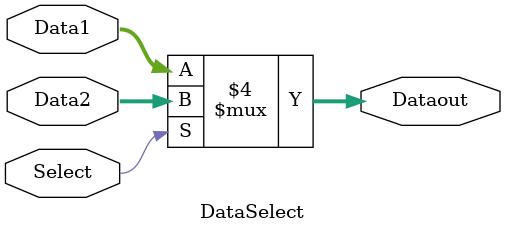
<source format=v>
`timescale 1ns / 1ps

//32Â·µÄ¶þÑ¡Ò»Êý¾ÝÑ¡ÔñÆ÷
module DataSelect(
    input [31:0] Data1,
    input [31:0] Data2,
    input Select,
    output reg [31:0] Dataout
    );
    
    always@(*)
    begin
        if(Select==0)
            Dataout[31:0] <= Data1[31:0];
        else
            Dataout[31:0] <= Data2[31:0];
    end    
endmodule

</source>
